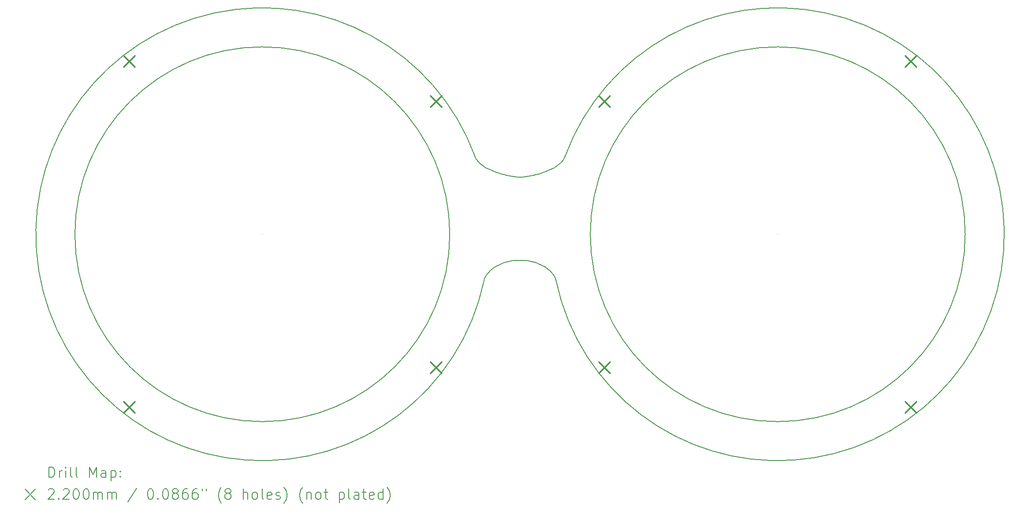
<source format=gbr>
%TF.GenerationSoftware,KiCad,Pcbnew,8.0.4*%
%TF.CreationDate,2025-02-16T16:38:44+11:00*%
%TF.ProjectId,LGS_FrontPCB,4c47535f-4672-46f6-9e74-5043422e6b69,rev?*%
%TF.SameCoordinates,Original*%
%TF.FileFunction,Drillmap*%
%TF.FilePolarity,Positive*%
%FSLAX45Y45*%
G04 Gerber Fmt 4.5, Leading zero omitted, Abs format (unit mm)*
G04 Created by KiCad (PCBNEW 8.0.4) date 2025-02-16 16:38:44*
%MOMM*%
%LPD*%
G01*
G04 APERTURE LIST*
%ADD10C,0.200000*%
%ADD11C,0.010050*%
%ADD12C,0.220000*%
G04 APERTURE END LIST*
D10*
X-5013843Y1100811D02*
X-4992852Y1099366D01*
X-4969511Y1098465D01*
X-4947003Y1098361D01*
X-4924076Y1098936D01*
X-4903745Y1099848D01*
X-4886157Y1100811D01*
X-4709046Y1127895D02*
X-4782993Y1114317D01*
X-4501611Y1186194D02*
X-4586219Y1159983D01*
X-4295520Y1277682D02*
X-4375745Y1237988D01*
X-4136452Y1404725D02*
X-4193700Y1350601D01*
X-4269855Y-847912D02*
X-4255878Y-900000D01*
X-4347625Y-728033D02*
X-4311716Y-774655D01*
X-4474727Y-625875D02*
X-4419907Y-664810D01*
X-4640212Y-549102D02*
X-4571181Y-577125D01*
X-4828813Y-506147D02*
X-4752781Y-519821D01*
X-5147220Y-519821D02*
X-5071187Y-506147D01*
X-5328819Y-577125D02*
X-5259788Y-549102D01*
X-5480093Y-664810D02*
X-5425273Y-625875D01*
X-5588284Y-774655D02*
X-5552375Y-728033D01*
X-5190954Y1127895D02*
X-5117007Y1114317D01*
X-5398389Y1186194D02*
X-5313781Y1159983D01*
X-5604480Y1277682D02*
X-5524255Y1237988D01*
X-5763548Y1404725D02*
X-5706300Y1350601D01*
X-5630145Y-847912D02*
X-5644122Y-900000D01*
X-4953923Y-500000D02*
X-4946077Y-500000D01*
X-4782993Y1114317D02*
X-4803112Y1111089D01*
X-4826124Y1107730D01*
X-4848649Y1104808D01*
X-4870696Y1102321D01*
X-4886157Y1100811D01*
X-4586219Y1159983D02*
X-4605810Y1154336D01*
X-4625274Y1148925D01*
X-4644598Y1143748D01*
X-4667579Y1137846D01*
X-4690311Y1132279D01*
X-4709046Y1127895D01*
X-4375745Y1237988D02*
X-4394977Y1229217D01*
X-4414397Y1220698D01*
X-4433986Y1212431D01*
X-4453727Y1204415D01*
X-4473600Y1196649D01*
X-4493588Y1189131D01*
X-4501611Y1186194D01*
X-4193700Y1350601D02*
X-4211222Y1336092D01*
X-4229495Y1321970D01*
X-4248496Y1308235D01*
X-4268199Y1294885D01*
X-4285137Y1284053D01*
X-4295520Y1277682D01*
X-4083197Y1500000D02*
X-4091024Y1481268D01*
X-4099848Y1462937D01*
X-4109667Y1445006D01*
X-4120483Y1427476D01*
X-4132294Y1410346D01*
X-4136452Y1404725D01*
X-5117007Y1114317D02*
X-5096888Y1111089D01*
X-5073876Y1107730D01*
X-5051351Y1104808D01*
X-5029304Y1102321D01*
X-5013843Y1100811D01*
X-5313781Y1159983D02*
X-5294190Y1154336D01*
X-5274726Y1148925D01*
X-5255402Y1143748D01*
X-5232421Y1137846D01*
X-5209689Y1132279D01*
X-5190954Y1127895D01*
X-5524255Y1237988D02*
X-5505023Y1229217D01*
X-5485603Y1220698D01*
X-5466014Y1212431D01*
X-5446273Y1204415D01*
X-5426400Y1196649D01*
X-5406412Y1189131D01*
X-5398389Y1186194D01*
X-5706300Y1350601D02*
X-5688778Y1336092D01*
X-5670505Y1321970D01*
X-5651504Y1308235D01*
X-5631801Y1294885D01*
X-5614863Y1284053D01*
X-5604480Y1277682D01*
X-5816803Y1500000D02*
X-5808976Y1481268D01*
X-5800152Y1462937D01*
X-5790332Y1445006D01*
X-5779517Y1427476D01*
X-5767706Y1410346D01*
X-5763548Y1404725D01*
X-6300000Y0D02*
G75*
G02*
X-13500000Y0I-3600000J0D01*
G01*
X-13500000Y0D02*
G75*
G02*
X-6300000Y0I3600000J0D01*
G01*
X-5644122Y-900000D02*
G75*
G02*
X-5816803Y1500000I-4255878J900000D01*
G01*
X-5588284Y-774655D02*
X-5600263Y-792564D01*
X-5611240Y-810748D01*
X-5621204Y-829200D01*
X-5630145Y-847912D01*
X-5480093Y-664810D02*
X-5497056Y-678103D01*
X-5513385Y-691704D01*
X-5529067Y-705605D01*
X-5544091Y-719796D01*
X-5552375Y-728033D01*
X-5328819Y-577125D02*
X-5347643Y-585594D01*
X-5366136Y-594380D01*
X-5384289Y-603476D01*
X-5402093Y-612876D01*
X-5422411Y-624221D01*
X-5425273Y-625875D01*
X-5147220Y-519821D02*
X-5168731Y-524465D01*
X-5190067Y-529503D01*
X-5211217Y-534933D01*
X-5232171Y-540750D01*
X-5252919Y-546950D01*
X-5259788Y-549102D01*
X-4953923Y-500000D02*
X-4975962Y-500252D01*
X-4997989Y-500920D01*
X-5019992Y-502003D01*
X-5041962Y-503502D01*
X-5063889Y-505417D01*
X-5071187Y-506147D01*
X-4311716Y-774655D02*
X-4299737Y-792564D01*
X-4288760Y-810748D01*
X-4278796Y-829200D01*
X-4269855Y-847912D01*
X-4419907Y-664810D02*
X-4402944Y-678103D01*
X-4386615Y-691704D01*
X-4370933Y-705605D01*
X-4355909Y-719796D01*
X-4347625Y-728033D01*
X-4571181Y-577125D02*
X-4552357Y-585594D01*
X-4533864Y-594380D01*
X-4515711Y-603476D01*
X-4497907Y-612876D01*
X-4477589Y-624221D01*
X-4474727Y-625875D01*
X-4752781Y-519821D02*
X-4731269Y-524465D01*
X-4709933Y-529503D01*
X-4688783Y-534933D01*
X-4667829Y-540750D01*
X-4647081Y-546950D01*
X-4640212Y-549102D01*
X-4946077Y-500000D02*
X-4924038Y-500252D01*
X-4902011Y-500920D01*
X-4880008Y-502003D01*
X-4858038Y-503502D01*
X-4836111Y-505417D01*
X-4828813Y-506147D01*
X-4083197Y1500000D02*
G75*
G02*
X-4255878Y-900000I4083197J-1500000D01*
G01*
X3600000Y0D02*
G75*
G02*
X-3600000Y0I-3600000J0D01*
G01*
X-3600000Y0D02*
G75*
G02*
X3600000Y0I3600000J0D01*
G01*
D11*
X502Y0D02*
G75*
G02*
X-502Y0I-502J0D01*
G01*
X-502Y0D02*
G75*
G02*
X502Y0I502J0D01*
G01*
X-9899498Y0D02*
G75*
G02*
X-9900503Y0I-503J0D01*
G01*
X-9900503Y0D02*
G75*
G02*
X-9899498Y0I503J0D01*
G01*
D10*
D12*
X-12566800Y3436400D02*
X-12346800Y3216400D01*
X-12346800Y3436400D02*
X-12566800Y3216400D01*
X-12566800Y-3216400D02*
X-12346800Y-3436400D01*
X-12346800Y-3216400D02*
X-12566800Y-3436400D01*
X-6677900Y2666800D02*
X-6457900Y2446800D01*
X-6457900Y2666800D02*
X-6677900Y2446800D01*
X-6677900Y-2446800D02*
X-6457900Y-2666800D01*
X-6457900Y-2446800D02*
X-6677900Y-2666800D01*
X-3442100Y2666800D02*
X-3222100Y2446800D01*
X-3222100Y2666800D02*
X-3442100Y2446800D01*
X-3442100Y-2446800D02*
X-3222100Y-2666800D01*
X-3222100Y-2446800D02*
X-3442100Y-2666800D01*
X2441100Y3436400D02*
X2661100Y3216400D01*
X2661100Y3436400D02*
X2441100Y3216400D01*
X2441100Y-3216400D02*
X2661100Y-3436400D01*
X2661100Y-3216400D02*
X2441100Y-3436400D01*
D10*
X-13999223Y-4671484D02*
X-13999223Y-4471484D01*
X-13999223Y-4471484D02*
X-13951604Y-4471484D01*
X-13951604Y-4471484D02*
X-13923033Y-4481008D01*
X-13923033Y-4481008D02*
X-13903985Y-4500055D01*
X-13903985Y-4500055D02*
X-13894461Y-4519103D01*
X-13894461Y-4519103D02*
X-13884937Y-4557198D01*
X-13884937Y-4557198D02*
X-13884937Y-4585770D01*
X-13884937Y-4585770D02*
X-13894461Y-4623865D01*
X-13894461Y-4623865D02*
X-13903985Y-4642912D01*
X-13903985Y-4642912D02*
X-13923033Y-4661960D01*
X-13923033Y-4661960D02*
X-13951604Y-4671484D01*
X-13951604Y-4671484D02*
X-13999223Y-4671484D01*
X-13799223Y-4671484D02*
X-13799223Y-4538150D01*
X-13799223Y-4576246D02*
X-13789699Y-4557198D01*
X-13789699Y-4557198D02*
X-13780175Y-4547674D01*
X-13780175Y-4547674D02*
X-13761128Y-4538150D01*
X-13761128Y-4538150D02*
X-13742080Y-4538150D01*
X-13675414Y-4671484D02*
X-13675414Y-4538150D01*
X-13675414Y-4471484D02*
X-13684937Y-4481008D01*
X-13684937Y-4481008D02*
X-13675414Y-4490531D01*
X-13675414Y-4490531D02*
X-13665890Y-4481008D01*
X-13665890Y-4481008D02*
X-13675414Y-4471484D01*
X-13675414Y-4471484D02*
X-13675414Y-4490531D01*
X-13551604Y-4671484D02*
X-13570652Y-4661960D01*
X-13570652Y-4661960D02*
X-13580175Y-4642912D01*
X-13580175Y-4642912D02*
X-13580175Y-4471484D01*
X-13446842Y-4671484D02*
X-13465890Y-4661960D01*
X-13465890Y-4661960D02*
X-13475414Y-4642912D01*
X-13475414Y-4642912D02*
X-13475414Y-4471484D01*
X-13218271Y-4671484D02*
X-13218271Y-4471484D01*
X-13218271Y-4471484D02*
X-13151604Y-4614341D01*
X-13151604Y-4614341D02*
X-13084937Y-4471484D01*
X-13084937Y-4471484D02*
X-13084937Y-4671484D01*
X-12903985Y-4671484D02*
X-12903985Y-4566722D01*
X-12903985Y-4566722D02*
X-12913509Y-4547674D01*
X-12913509Y-4547674D02*
X-12932556Y-4538150D01*
X-12932556Y-4538150D02*
X-12970652Y-4538150D01*
X-12970652Y-4538150D02*
X-12989699Y-4547674D01*
X-12903985Y-4661960D02*
X-12923033Y-4671484D01*
X-12923033Y-4671484D02*
X-12970652Y-4671484D01*
X-12970652Y-4671484D02*
X-12989699Y-4661960D01*
X-12989699Y-4661960D02*
X-12999223Y-4642912D01*
X-12999223Y-4642912D02*
X-12999223Y-4623865D01*
X-12999223Y-4623865D02*
X-12989699Y-4604817D01*
X-12989699Y-4604817D02*
X-12970652Y-4595293D01*
X-12970652Y-4595293D02*
X-12923033Y-4595293D01*
X-12923033Y-4595293D02*
X-12903985Y-4585770D01*
X-12808747Y-4538150D02*
X-12808747Y-4738150D01*
X-12808747Y-4547674D02*
X-12789699Y-4538150D01*
X-12789699Y-4538150D02*
X-12751604Y-4538150D01*
X-12751604Y-4538150D02*
X-12732556Y-4547674D01*
X-12732556Y-4547674D02*
X-12723033Y-4557198D01*
X-12723033Y-4557198D02*
X-12713509Y-4576246D01*
X-12713509Y-4576246D02*
X-12713509Y-4633389D01*
X-12713509Y-4633389D02*
X-12723033Y-4652436D01*
X-12723033Y-4652436D02*
X-12732556Y-4661960D01*
X-12732556Y-4661960D02*
X-12751604Y-4671484D01*
X-12751604Y-4671484D02*
X-12789699Y-4671484D01*
X-12789699Y-4671484D02*
X-12808747Y-4661960D01*
X-12627794Y-4652436D02*
X-12618271Y-4661960D01*
X-12618271Y-4661960D02*
X-12627794Y-4671484D01*
X-12627794Y-4671484D02*
X-12637318Y-4661960D01*
X-12637318Y-4661960D02*
X-12627794Y-4652436D01*
X-12627794Y-4652436D02*
X-12627794Y-4671484D01*
X-12627794Y-4547674D02*
X-12618271Y-4557198D01*
X-12618271Y-4557198D02*
X-12627794Y-4566722D01*
X-12627794Y-4566722D02*
X-12637318Y-4557198D01*
X-12637318Y-4557198D02*
X-12627794Y-4547674D01*
X-12627794Y-4547674D02*
X-12627794Y-4566722D01*
X-14460000Y-4900000D02*
X-14260000Y-5100000D01*
X-14260000Y-4900000D02*
X-14460000Y-5100000D01*
X-14008747Y-4910531D02*
X-13999223Y-4901008D01*
X-13999223Y-4901008D02*
X-13980175Y-4891484D01*
X-13980175Y-4891484D02*
X-13932556Y-4891484D01*
X-13932556Y-4891484D02*
X-13913509Y-4901008D01*
X-13913509Y-4901008D02*
X-13903985Y-4910531D01*
X-13903985Y-4910531D02*
X-13894461Y-4929579D01*
X-13894461Y-4929579D02*
X-13894461Y-4948627D01*
X-13894461Y-4948627D02*
X-13903985Y-4977198D01*
X-13903985Y-4977198D02*
X-14018271Y-5091484D01*
X-14018271Y-5091484D02*
X-13894461Y-5091484D01*
X-13808747Y-5072436D02*
X-13799223Y-5081960D01*
X-13799223Y-5081960D02*
X-13808747Y-5091484D01*
X-13808747Y-5091484D02*
X-13818271Y-5081960D01*
X-13818271Y-5081960D02*
X-13808747Y-5072436D01*
X-13808747Y-5072436D02*
X-13808747Y-5091484D01*
X-13723033Y-4910531D02*
X-13713509Y-4901008D01*
X-13713509Y-4901008D02*
X-13694461Y-4891484D01*
X-13694461Y-4891484D02*
X-13646842Y-4891484D01*
X-13646842Y-4891484D02*
X-13627794Y-4901008D01*
X-13627794Y-4901008D02*
X-13618271Y-4910531D01*
X-13618271Y-4910531D02*
X-13608747Y-4929579D01*
X-13608747Y-4929579D02*
X-13608747Y-4948627D01*
X-13608747Y-4948627D02*
X-13618271Y-4977198D01*
X-13618271Y-4977198D02*
X-13732556Y-5091484D01*
X-13732556Y-5091484D02*
X-13608747Y-5091484D01*
X-13484937Y-4891484D02*
X-13465890Y-4891484D01*
X-13465890Y-4891484D02*
X-13446842Y-4901008D01*
X-13446842Y-4901008D02*
X-13437318Y-4910531D01*
X-13437318Y-4910531D02*
X-13427794Y-4929579D01*
X-13427794Y-4929579D02*
X-13418271Y-4967674D01*
X-13418271Y-4967674D02*
X-13418271Y-5015293D01*
X-13418271Y-5015293D02*
X-13427794Y-5053389D01*
X-13427794Y-5053389D02*
X-13437318Y-5072436D01*
X-13437318Y-5072436D02*
X-13446842Y-5081960D01*
X-13446842Y-5081960D02*
X-13465890Y-5091484D01*
X-13465890Y-5091484D02*
X-13484937Y-5091484D01*
X-13484937Y-5091484D02*
X-13503985Y-5081960D01*
X-13503985Y-5081960D02*
X-13513509Y-5072436D01*
X-13513509Y-5072436D02*
X-13523033Y-5053389D01*
X-13523033Y-5053389D02*
X-13532556Y-5015293D01*
X-13532556Y-5015293D02*
X-13532556Y-4967674D01*
X-13532556Y-4967674D02*
X-13523033Y-4929579D01*
X-13523033Y-4929579D02*
X-13513509Y-4910531D01*
X-13513509Y-4910531D02*
X-13503985Y-4901008D01*
X-13503985Y-4901008D02*
X-13484937Y-4891484D01*
X-13294461Y-4891484D02*
X-13275413Y-4891484D01*
X-13275413Y-4891484D02*
X-13256366Y-4901008D01*
X-13256366Y-4901008D02*
X-13246842Y-4910531D01*
X-13246842Y-4910531D02*
X-13237318Y-4929579D01*
X-13237318Y-4929579D02*
X-13227794Y-4967674D01*
X-13227794Y-4967674D02*
X-13227794Y-5015293D01*
X-13227794Y-5015293D02*
X-13237318Y-5053389D01*
X-13237318Y-5053389D02*
X-13246842Y-5072436D01*
X-13246842Y-5072436D02*
X-13256366Y-5081960D01*
X-13256366Y-5081960D02*
X-13275413Y-5091484D01*
X-13275413Y-5091484D02*
X-13294461Y-5091484D01*
X-13294461Y-5091484D02*
X-13313509Y-5081960D01*
X-13313509Y-5081960D02*
X-13323033Y-5072436D01*
X-13323033Y-5072436D02*
X-13332556Y-5053389D01*
X-13332556Y-5053389D02*
X-13342080Y-5015293D01*
X-13342080Y-5015293D02*
X-13342080Y-4967674D01*
X-13342080Y-4967674D02*
X-13332556Y-4929579D01*
X-13332556Y-4929579D02*
X-13323033Y-4910531D01*
X-13323033Y-4910531D02*
X-13313509Y-4901008D01*
X-13313509Y-4901008D02*
X-13294461Y-4891484D01*
X-13142080Y-5091484D02*
X-13142080Y-4958150D01*
X-13142080Y-4977198D02*
X-13132556Y-4967674D01*
X-13132556Y-4967674D02*
X-13113509Y-4958150D01*
X-13113509Y-4958150D02*
X-13084937Y-4958150D01*
X-13084937Y-4958150D02*
X-13065890Y-4967674D01*
X-13065890Y-4967674D02*
X-13056366Y-4986722D01*
X-13056366Y-4986722D02*
X-13056366Y-5091484D01*
X-13056366Y-4986722D02*
X-13046842Y-4967674D01*
X-13046842Y-4967674D02*
X-13027794Y-4958150D01*
X-13027794Y-4958150D02*
X-12999223Y-4958150D01*
X-12999223Y-4958150D02*
X-12980175Y-4967674D01*
X-12980175Y-4967674D02*
X-12970652Y-4986722D01*
X-12970652Y-4986722D02*
X-12970652Y-5091484D01*
X-12875413Y-5091484D02*
X-12875413Y-4958150D01*
X-12875413Y-4977198D02*
X-12865890Y-4967674D01*
X-12865890Y-4967674D02*
X-12846842Y-4958150D01*
X-12846842Y-4958150D02*
X-12818271Y-4958150D01*
X-12818271Y-4958150D02*
X-12799223Y-4967674D01*
X-12799223Y-4967674D02*
X-12789699Y-4986722D01*
X-12789699Y-4986722D02*
X-12789699Y-5091484D01*
X-12789699Y-4986722D02*
X-12780175Y-4967674D01*
X-12780175Y-4967674D02*
X-12761128Y-4958150D01*
X-12761128Y-4958150D02*
X-12732556Y-4958150D01*
X-12732556Y-4958150D02*
X-12713509Y-4967674D01*
X-12713509Y-4967674D02*
X-12703985Y-4986722D01*
X-12703985Y-4986722D02*
X-12703985Y-5091484D01*
X-12313509Y-4881960D02*
X-12484937Y-5139103D01*
X-12056366Y-4891484D02*
X-12037318Y-4891484D01*
X-12037318Y-4891484D02*
X-12018270Y-4901008D01*
X-12018270Y-4901008D02*
X-12008747Y-4910531D01*
X-12008747Y-4910531D02*
X-11999223Y-4929579D01*
X-11999223Y-4929579D02*
X-11989699Y-4967674D01*
X-11989699Y-4967674D02*
X-11989699Y-5015293D01*
X-11989699Y-5015293D02*
X-11999223Y-5053389D01*
X-11999223Y-5053389D02*
X-12008747Y-5072436D01*
X-12008747Y-5072436D02*
X-12018270Y-5081960D01*
X-12018270Y-5081960D02*
X-12037318Y-5091484D01*
X-12037318Y-5091484D02*
X-12056366Y-5091484D01*
X-12056366Y-5091484D02*
X-12075413Y-5081960D01*
X-12075413Y-5081960D02*
X-12084937Y-5072436D01*
X-12084937Y-5072436D02*
X-12094461Y-5053389D01*
X-12094461Y-5053389D02*
X-12103985Y-5015293D01*
X-12103985Y-5015293D02*
X-12103985Y-4967674D01*
X-12103985Y-4967674D02*
X-12094461Y-4929579D01*
X-12094461Y-4929579D02*
X-12084937Y-4910531D01*
X-12084937Y-4910531D02*
X-12075413Y-4901008D01*
X-12075413Y-4901008D02*
X-12056366Y-4891484D01*
X-11903985Y-5072436D02*
X-11894461Y-5081960D01*
X-11894461Y-5081960D02*
X-11903985Y-5091484D01*
X-11903985Y-5091484D02*
X-11913509Y-5081960D01*
X-11913509Y-5081960D02*
X-11903985Y-5072436D01*
X-11903985Y-5072436D02*
X-11903985Y-5091484D01*
X-11770651Y-4891484D02*
X-11751604Y-4891484D01*
X-11751604Y-4891484D02*
X-11732556Y-4901008D01*
X-11732556Y-4901008D02*
X-11723032Y-4910531D01*
X-11723032Y-4910531D02*
X-11713509Y-4929579D01*
X-11713509Y-4929579D02*
X-11703985Y-4967674D01*
X-11703985Y-4967674D02*
X-11703985Y-5015293D01*
X-11703985Y-5015293D02*
X-11713509Y-5053389D01*
X-11713509Y-5053389D02*
X-11723032Y-5072436D01*
X-11723032Y-5072436D02*
X-11732556Y-5081960D01*
X-11732556Y-5081960D02*
X-11751604Y-5091484D01*
X-11751604Y-5091484D02*
X-11770651Y-5091484D01*
X-11770651Y-5091484D02*
X-11789699Y-5081960D01*
X-11789699Y-5081960D02*
X-11799223Y-5072436D01*
X-11799223Y-5072436D02*
X-11808747Y-5053389D01*
X-11808747Y-5053389D02*
X-11818270Y-5015293D01*
X-11818270Y-5015293D02*
X-11818270Y-4967674D01*
X-11818270Y-4967674D02*
X-11808747Y-4929579D01*
X-11808747Y-4929579D02*
X-11799223Y-4910531D01*
X-11799223Y-4910531D02*
X-11789699Y-4901008D01*
X-11789699Y-4901008D02*
X-11770651Y-4891484D01*
X-11589699Y-4977198D02*
X-11608747Y-4967674D01*
X-11608747Y-4967674D02*
X-11618270Y-4958150D01*
X-11618270Y-4958150D02*
X-11627794Y-4939103D01*
X-11627794Y-4939103D02*
X-11627794Y-4929579D01*
X-11627794Y-4929579D02*
X-11618270Y-4910531D01*
X-11618270Y-4910531D02*
X-11608747Y-4901008D01*
X-11608747Y-4901008D02*
X-11589699Y-4891484D01*
X-11589699Y-4891484D02*
X-11551604Y-4891484D01*
X-11551604Y-4891484D02*
X-11532556Y-4901008D01*
X-11532556Y-4901008D02*
X-11523032Y-4910531D01*
X-11523032Y-4910531D02*
X-11513509Y-4929579D01*
X-11513509Y-4929579D02*
X-11513509Y-4939103D01*
X-11513509Y-4939103D02*
X-11523032Y-4958150D01*
X-11523032Y-4958150D02*
X-11532556Y-4967674D01*
X-11532556Y-4967674D02*
X-11551604Y-4977198D01*
X-11551604Y-4977198D02*
X-11589699Y-4977198D01*
X-11589699Y-4977198D02*
X-11608747Y-4986722D01*
X-11608747Y-4986722D02*
X-11618270Y-4996246D01*
X-11618270Y-4996246D02*
X-11627794Y-5015293D01*
X-11627794Y-5015293D02*
X-11627794Y-5053389D01*
X-11627794Y-5053389D02*
X-11618270Y-5072436D01*
X-11618270Y-5072436D02*
X-11608747Y-5081960D01*
X-11608747Y-5081960D02*
X-11589699Y-5091484D01*
X-11589699Y-5091484D02*
X-11551604Y-5091484D01*
X-11551604Y-5091484D02*
X-11532556Y-5081960D01*
X-11532556Y-5081960D02*
X-11523032Y-5072436D01*
X-11523032Y-5072436D02*
X-11513509Y-5053389D01*
X-11513509Y-5053389D02*
X-11513509Y-5015293D01*
X-11513509Y-5015293D02*
X-11523032Y-4996246D01*
X-11523032Y-4996246D02*
X-11532556Y-4986722D01*
X-11532556Y-4986722D02*
X-11551604Y-4977198D01*
X-11342080Y-4891484D02*
X-11380175Y-4891484D01*
X-11380175Y-4891484D02*
X-11399223Y-4901008D01*
X-11399223Y-4901008D02*
X-11408747Y-4910531D01*
X-11408747Y-4910531D02*
X-11427794Y-4939103D01*
X-11427794Y-4939103D02*
X-11437318Y-4977198D01*
X-11437318Y-4977198D02*
X-11437318Y-5053389D01*
X-11437318Y-5053389D02*
X-11427794Y-5072436D01*
X-11427794Y-5072436D02*
X-11418270Y-5081960D01*
X-11418270Y-5081960D02*
X-11399223Y-5091484D01*
X-11399223Y-5091484D02*
X-11361128Y-5091484D01*
X-11361128Y-5091484D02*
X-11342080Y-5081960D01*
X-11342080Y-5081960D02*
X-11332556Y-5072436D01*
X-11332556Y-5072436D02*
X-11323032Y-5053389D01*
X-11323032Y-5053389D02*
X-11323032Y-5005770D01*
X-11323032Y-5005770D02*
X-11332556Y-4986722D01*
X-11332556Y-4986722D02*
X-11342080Y-4977198D01*
X-11342080Y-4977198D02*
X-11361128Y-4967674D01*
X-11361128Y-4967674D02*
X-11399223Y-4967674D01*
X-11399223Y-4967674D02*
X-11418270Y-4977198D01*
X-11418270Y-4977198D02*
X-11427794Y-4986722D01*
X-11427794Y-4986722D02*
X-11437318Y-5005770D01*
X-11151604Y-4891484D02*
X-11189699Y-4891484D01*
X-11189699Y-4891484D02*
X-11208747Y-4901008D01*
X-11208747Y-4901008D02*
X-11218270Y-4910531D01*
X-11218270Y-4910531D02*
X-11237318Y-4939103D01*
X-11237318Y-4939103D02*
X-11246842Y-4977198D01*
X-11246842Y-4977198D02*
X-11246842Y-5053389D01*
X-11246842Y-5053389D02*
X-11237318Y-5072436D01*
X-11237318Y-5072436D02*
X-11227794Y-5081960D01*
X-11227794Y-5081960D02*
X-11208747Y-5091484D01*
X-11208747Y-5091484D02*
X-11170651Y-5091484D01*
X-11170651Y-5091484D02*
X-11151604Y-5081960D01*
X-11151604Y-5081960D02*
X-11142080Y-5072436D01*
X-11142080Y-5072436D02*
X-11132556Y-5053389D01*
X-11132556Y-5053389D02*
X-11132556Y-5005770D01*
X-11132556Y-5005770D02*
X-11142080Y-4986722D01*
X-11142080Y-4986722D02*
X-11151604Y-4977198D01*
X-11151604Y-4977198D02*
X-11170651Y-4967674D01*
X-11170651Y-4967674D02*
X-11208747Y-4967674D01*
X-11208747Y-4967674D02*
X-11227794Y-4977198D01*
X-11227794Y-4977198D02*
X-11237318Y-4986722D01*
X-11237318Y-4986722D02*
X-11246842Y-5005770D01*
X-11056366Y-4891484D02*
X-11056366Y-4929579D01*
X-10980175Y-4891484D02*
X-10980175Y-4929579D01*
X-10684937Y-5167674D02*
X-10694461Y-5158150D01*
X-10694461Y-5158150D02*
X-10713509Y-5129579D01*
X-10713509Y-5129579D02*
X-10723032Y-5110531D01*
X-10723032Y-5110531D02*
X-10732556Y-5081960D01*
X-10732556Y-5081960D02*
X-10742080Y-5034341D01*
X-10742080Y-5034341D02*
X-10742080Y-4996246D01*
X-10742080Y-4996246D02*
X-10732556Y-4948627D01*
X-10732556Y-4948627D02*
X-10723032Y-4920055D01*
X-10723032Y-4920055D02*
X-10713509Y-4901008D01*
X-10713509Y-4901008D02*
X-10694461Y-4872436D01*
X-10694461Y-4872436D02*
X-10684937Y-4862912D01*
X-10580175Y-4977198D02*
X-10599223Y-4967674D01*
X-10599223Y-4967674D02*
X-10608747Y-4958150D01*
X-10608747Y-4958150D02*
X-10618270Y-4939103D01*
X-10618270Y-4939103D02*
X-10618270Y-4929579D01*
X-10618270Y-4929579D02*
X-10608747Y-4910531D01*
X-10608747Y-4910531D02*
X-10599223Y-4901008D01*
X-10599223Y-4901008D02*
X-10580175Y-4891484D01*
X-10580175Y-4891484D02*
X-10542080Y-4891484D01*
X-10542080Y-4891484D02*
X-10523032Y-4901008D01*
X-10523032Y-4901008D02*
X-10513509Y-4910531D01*
X-10513509Y-4910531D02*
X-10503985Y-4929579D01*
X-10503985Y-4929579D02*
X-10503985Y-4939103D01*
X-10503985Y-4939103D02*
X-10513509Y-4958150D01*
X-10513509Y-4958150D02*
X-10523032Y-4967674D01*
X-10523032Y-4967674D02*
X-10542080Y-4977198D01*
X-10542080Y-4977198D02*
X-10580175Y-4977198D01*
X-10580175Y-4977198D02*
X-10599223Y-4986722D01*
X-10599223Y-4986722D02*
X-10608747Y-4996246D01*
X-10608747Y-4996246D02*
X-10618270Y-5015293D01*
X-10618270Y-5015293D02*
X-10618270Y-5053389D01*
X-10618270Y-5053389D02*
X-10608747Y-5072436D01*
X-10608747Y-5072436D02*
X-10599223Y-5081960D01*
X-10599223Y-5081960D02*
X-10580175Y-5091484D01*
X-10580175Y-5091484D02*
X-10542080Y-5091484D01*
X-10542080Y-5091484D02*
X-10523032Y-5081960D01*
X-10523032Y-5081960D02*
X-10513509Y-5072436D01*
X-10513509Y-5072436D02*
X-10503985Y-5053389D01*
X-10503985Y-5053389D02*
X-10503985Y-5015293D01*
X-10503985Y-5015293D02*
X-10513509Y-4996246D01*
X-10513509Y-4996246D02*
X-10523032Y-4986722D01*
X-10523032Y-4986722D02*
X-10542080Y-4977198D01*
X-10265889Y-5091484D02*
X-10265889Y-4891484D01*
X-10180175Y-5091484D02*
X-10180175Y-4986722D01*
X-10180175Y-4986722D02*
X-10189699Y-4967674D01*
X-10189699Y-4967674D02*
X-10208747Y-4958150D01*
X-10208747Y-4958150D02*
X-10237318Y-4958150D01*
X-10237318Y-4958150D02*
X-10256366Y-4967674D01*
X-10256366Y-4967674D02*
X-10265889Y-4977198D01*
X-10056366Y-5091484D02*
X-10075413Y-5081960D01*
X-10075413Y-5081960D02*
X-10084937Y-5072436D01*
X-10084937Y-5072436D02*
X-10094461Y-5053389D01*
X-10094461Y-5053389D02*
X-10094461Y-4996246D01*
X-10094461Y-4996246D02*
X-10084937Y-4977198D01*
X-10084937Y-4977198D02*
X-10075413Y-4967674D01*
X-10075413Y-4967674D02*
X-10056366Y-4958150D01*
X-10056366Y-4958150D02*
X-10027794Y-4958150D01*
X-10027794Y-4958150D02*
X-10008747Y-4967674D01*
X-10008747Y-4967674D02*
X-9999223Y-4977198D01*
X-9999223Y-4977198D02*
X-9989699Y-4996246D01*
X-9989699Y-4996246D02*
X-9989699Y-5053389D01*
X-9989699Y-5053389D02*
X-9999223Y-5072436D01*
X-9999223Y-5072436D02*
X-10008747Y-5081960D01*
X-10008747Y-5081960D02*
X-10027794Y-5091484D01*
X-10027794Y-5091484D02*
X-10056366Y-5091484D01*
X-9875413Y-5091484D02*
X-9894461Y-5081960D01*
X-9894461Y-5081960D02*
X-9903985Y-5062912D01*
X-9903985Y-5062912D02*
X-9903985Y-4891484D01*
X-9723032Y-5081960D02*
X-9742080Y-5091484D01*
X-9742080Y-5091484D02*
X-9780175Y-5091484D01*
X-9780175Y-5091484D02*
X-9799223Y-5081960D01*
X-9799223Y-5081960D02*
X-9808747Y-5062912D01*
X-9808747Y-5062912D02*
X-9808747Y-4986722D01*
X-9808747Y-4986722D02*
X-9799223Y-4967674D01*
X-9799223Y-4967674D02*
X-9780175Y-4958150D01*
X-9780175Y-4958150D02*
X-9742080Y-4958150D01*
X-9742080Y-4958150D02*
X-9723032Y-4967674D01*
X-9723032Y-4967674D02*
X-9713508Y-4986722D01*
X-9713508Y-4986722D02*
X-9713508Y-5005770D01*
X-9713508Y-5005770D02*
X-9808747Y-5024817D01*
X-9637318Y-5081960D02*
X-9618270Y-5091484D01*
X-9618270Y-5091484D02*
X-9580175Y-5091484D01*
X-9580175Y-5091484D02*
X-9561127Y-5081960D01*
X-9561127Y-5081960D02*
X-9551604Y-5062912D01*
X-9551604Y-5062912D02*
X-9551604Y-5053389D01*
X-9551604Y-5053389D02*
X-9561127Y-5034341D01*
X-9561127Y-5034341D02*
X-9580175Y-5024817D01*
X-9580175Y-5024817D02*
X-9608747Y-5024817D01*
X-9608747Y-5024817D02*
X-9627794Y-5015293D01*
X-9627794Y-5015293D02*
X-9637318Y-4996246D01*
X-9637318Y-4996246D02*
X-9637318Y-4986722D01*
X-9637318Y-4986722D02*
X-9627794Y-4967674D01*
X-9627794Y-4967674D02*
X-9608747Y-4958150D01*
X-9608747Y-4958150D02*
X-9580175Y-4958150D01*
X-9580175Y-4958150D02*
X-9561127Y-4967674D01*
X-9484937Y-5167674D02*
X-9475413Y-5158150D01*
X-9475413Y-5158150D02*
X-9456366Y-5129579D01*
X-9456366Y-5129579D02*
X-9446842Y-5110531D01*
X-9446842Y-5110531D02*
X-9437318Y-5081960D01*
X-9437318Y-5081960D02*
X-9427794Y-5034341D01*
X-9427794Y-5034341D02*
X-9427794Y-4996246D01*
X-9427794Y-4996246D02*
X-9437318Y-4948627D01*
X-9437318Y-4948627D02*
X-9446842Y-4920055D01*
X-9446842Y-4920055D02*
X-9456366Y-4901008D01*
X-9456366Y-4901008D02*
X-9475413Y-4872436D01*
X-9475413Y-4872436D02*
X-9484937Y-4862912D01*
X-9123032Y-5167674D02*
X-9132556Y-5158150D01*
X-9132556Y-5158150D02*
X-9151604Y-5129579D01*
X-9151604Y-5129579D02*
X-9161127Y-5110531D01*
X-9161127Y-5110531D02*
X-9170651Y-5081960D01*
X-9170651Y-5081960D02*
X-9180175Y-5034341D01*
X-9180175Y-5034341D02*
X-9180175Y-4996246D01*
X-9180175Y-4996246D02*
X-9170651Y-4948627D01*
X-9170651Y-4948627D02*
X-9161127Y-4920055D01*
X-9161127Y-4920055D02*
X-9151604Y-4901008D01*
X-9151604Y-4901008D02*
X-9132556Y-4872436D01*
X-9132556Y-4872436D02*
X-9123032Y-4862912D01*
X-9046842Y-4958150D02*
X-9046842Y-5091484D01*
X-9046842Y-4977198D02*
X-9037318Y-4967674D01*
X-9037318Y-4967674D02*
X-9018270Y-4958150D01*
X-9018270Y-4958150D02*
X-8989699Y-4958150D01*
X-8989699Y-4958150D02*
X-8970651Y-4967674D01*
X-8970651Y-4967674D02*
X-8961127Y-4986722D01*
X-8961127Y-4986722D02*
X-8961127Y-5091484D01*
X-8837318Y-5091484D02*
X-8856366Y-5081960D01*
X-8856366Y-5081960D02*
X-8865889Y-5072436D01*
X-8865889Y-5072436D02*
X-8875413Y-5053389D01*
X-8875413Y-5053389D02*
X-8875413Y-4996246D01*
X-8875413Y-4996246D02*
X-8865889Y-4977198D01*
X-8865889Y-4977198D02*
X-8856366Y-4967674D01*
X-8856366Y-4967674D02*
X-8837318Y-4958150D01*
X-8837318Y-4958150D02*
X-8808746Y-4958150D01*
X-8808746Y-4958150D02*
X-8789699Y-4967674D01*
X-8789699Y-4967674D02*
X-8780175Y-4977198D01*
X-8780175Y-4977198D02*
X-8770651Y-4996246D01*
X-8770651Y-4996246D02*
X-8770651Y-5053389D01*
X-8770651Y-5053389D02*
X-8780175Y-5072436D01*
X-8780175Y-5072436D02*
X-8789699Y-5081960D01*
X-8789699Y-5081960D02*
X-8808746Y-5091484D01*
X-8808746Y-5091484D02*
X-8837318Y-5091484D01*
X-8713508Y-4958150D02*
X-8637318Y-4958150D01*
X-8684937Y-4891484D02*
X-8684937Y-5062912D01*
X-8684937Y-5062912D02*
X-8675413Y-5081960D01*
X-8675413Y-5081960D02*
X-8656366Y-5091484D01*
X-8656366Y-5091484D02*
X-8637318Y-5091484D01*
X-8418270Y-4958150D02*
X-8418270Y-5158150D01*
X-8418270Y-4967674D02*
X-8399223Y-4958150D01*
X-8399223Y-4958150D02*
X-8361127Y-4958150D01*
X-8361127Y-4958150D02*
X-8342080Y-4967674D01*
X-8342080Y-4967674D02*
X-8332556Y-4977198D01*
X-8332556Y-4977198D02*
X-8323032Y-4996246D01*
X-8323032Y-4996246D02*
X-8323032Y-5053389D01*
X-8323032Y-5053389D02*
X-8332556Y-5072436D01*
X-8332556Y-5072436D02*
X-8342080Y-5081960D01*
X-8342080Y-5081960D02*
X-8361127Y-5091484D01*
X-8361127Y-5091484D02*
X-8399223Y-5091484D01*
X-8399223Y-5091484D02*
X-8418270Y-5081960D01*
X-8208746Y-5091484D02*
X-8227794Y-5081960D01*
X-8227794Y-5081960D02*
X-8237318Y-5062912D01*
X-8237318Y-5062912D02*
X-8237318Y-4891484D01*
X-8046842Y-5091484D02*
X-8046842Y-4986722D01*
X-8046842Y-4986722D02*
X-8056365Y-4967674D01*
X-8056365Y-4967674D02*
X-8075413Y-4958150D01*
X-8075413Y-4958150D02*
X-8113508Y-4958150D01*
X-8113508Y-4958150D02*
X-8132556Y-4967674D01*
X-8046842Y-5081960D02*
X-8065889Y-5091484D01*
X-8065889Y-5091484D02*
X-8113508Y-5091484D01*
X-8113508Y-5091484D02*
X-8132556Y-5081960D01*
X-8132556Y-5081960D02*
X-8142080Y-5062912D01*
X-8142080Y-5062912D02*
X-8142080Y-5043865D01*
X-8142080Y-5043865D02*
X-8132556Y-5024817D01*
X-8132556Y-5024817D02*
X-8113508Y-5015293D01*
X-8113508Y-5015293D02*
X-8065889Y-5015293D01*
X-8065889Y-5015293D02*
X-8046842Y-5005770D01*
X-7980175Y-4958150D02*
X-7903984Y-4958150D01*
X-7951603Y-4891484D02*
X-7951603Y-5062912D01*
X-7951603Y-5062912D02*
X-7942080Y-5081960D01*
X-7942080Y-5081960D02*
X-7923032Y-5091484D01*
X-7923032Y-5091484D02*
X-7903984Y-5091484D01*
X-7761127Y-5081960D02*
X-7780175Y-5091484D01*
X-7780175Y-5091484D02*
X-7818270Y-5091484D01*
X-7818270Y-5091484D02*
X-7837318Y-5081960D01*
X-7837318Y-5081960D02*
X-7846842Y-5062912D01*
X-7846842Y-5062912D02*
X-7846842Y-4986722D01*
X-7846842Y-4986722D02*
X-7837318Y-4967674D01*
X-7837318Y-4967674D02*
X-7818270Y-4958150D01*
X-7818270Y-4958150D02*
X-7780175Y-4958150D01*
X-7780175Y-4958150D02*
X-7761127Y-4967674D01*
X-7761127Y-4967674D02*
X-7751603Y-4986722D01*
X-7751603Y-4986722D02*
X-7751603Y-5005770D01*
X-7751603Y-5005770D02*
X-7846842Y-5024817D01*
X-7580175Y-5091484D02*
X-7580175Y-4891484D01*
X-7580175Y-5081960D02*
X-7599222Y-5091484D01*
X-7599222Y-5091484D02*
X-7637318Y-5091484D01*
X-7637318Y-5091484D02*
X-7656365Y-5081960D01*
X-7656365Y-5081960D02*
X-7665889Y-5072436D01*
X-7665889Y-5072436D02*
X-7675413Y-5053389D01*
X-7675413Y-5053389D02*
X-7675413Y-4996246D01*
X-7675413Y-4996246D02*
X-7665889Y-4977198D01*
X-7665889Y-4977198D02*
X-7656365Y-4967674D01*
X-7656365Y-4967674D02*
X-7637318Y-4958150D01*
X-7637318Y-4958150D02*
X-7599222Y-4958150D01*
X-7599222Y-4958150D02*
X-7580175Y-4967674D01*
X-7503984Y-5167674D02*
X-7494461Y-5158150D01*
X-7494461Y-5158150D02*
X-7475413Y-5129579D01*
X-7475413Y-5129579D02*
X-7465889Y-5110531D01*
X-7465889Y-5110531D02*
X-7456365Y-5081960D01*
X-7456365Y-5081960D02*
X-7446842Y-5034341D01*
X-7446842Y-5034341D02*
X-7446842Y-4996246D01*
X-7446842Y-4996246D02*
X-7456365Y-4948627D01*
X-7456365Y-4948627D02*
X-7465889Y-4920055D01*
X-7465889Y-4920055D02*
X-7475413Y-4901008D01*
X-7475413Y-4901008D02*
X-7494461Y-4872436D01*
X-7494461Y-4872436D02*
X-7503984Y-4862912D01*
M02*

</source>
